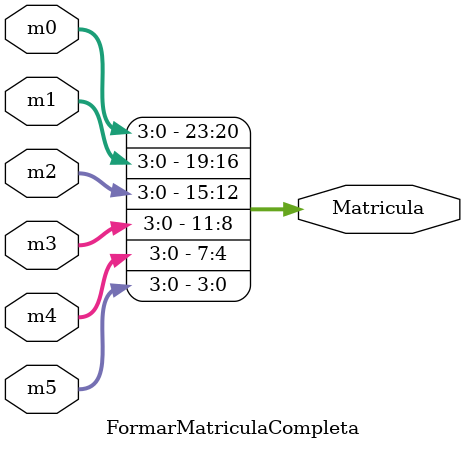
<source format=v>
`timescale 1ns / 1ps
module FormarMatriculaCompleta(m0,m1,m2,m3,m4,m5,Matricula);
	input [3:0] m0,m1,m2,m3,m4,m5;
	output [23:0] Matricula;
	reg [23:0] Matricula;
	
always@(m0,m1,m2,m3,m4,m5)
	Matricula = {m0, m1, m2, m3, m4, m5};
		
endmodule

</source>
